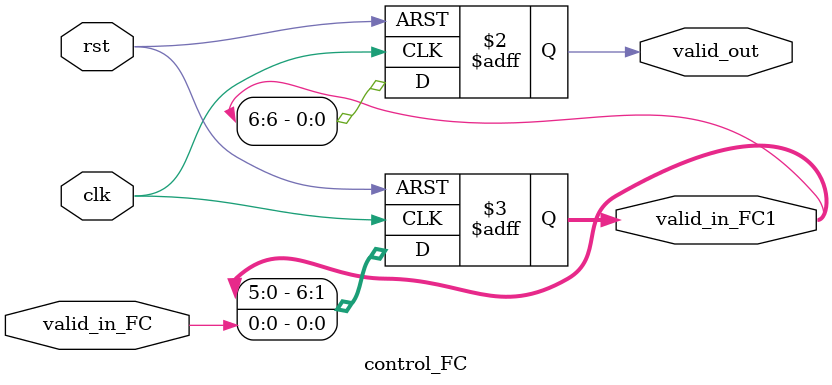
<source format=v>
module control_FC(
    input valid_in_FC, clk, rst,
    output reg valid_out,
    output reg [6:0] valid_in_FC1
);
    always @(posedge clk or posedge rst) 
    begin
        if(rst)begin
            valid_in_FC1[0] <= 1'd0;
            valid_in_FC1[1] <= 1'd0;
            valid_in_FC1[2] <= 1'd0;
            valid_in_FC1[3] <= 1'd0;
            valid_in_FC1[4] <= 1'd0;
            valid_in_FC1[5] <= 1'd0;
            valid_in_FC1[6] <= 1'd0;
            valid_out       <= 1'd0;
        end
        else begin
            valid_in_FC1[0] <= valid_in_FC;
            valid_in_FC1[1] <= valid_in_FC1[0];
            valid_in_FC1[2] <= valid_in_FC1[1];
            valid_in_FC1[3] <= valid_in_FC1[2];
            valid_in_FC1[4] <= valid_in_FC1[3];
            valid_in_FC1[5] <= valid_in_FC1[4];
            valid_in_FC1[6] <= valid_in_FC1[5];
            valid_out       <= valid_in_FC1[6];
        end
    end        


endmodule















</source>
